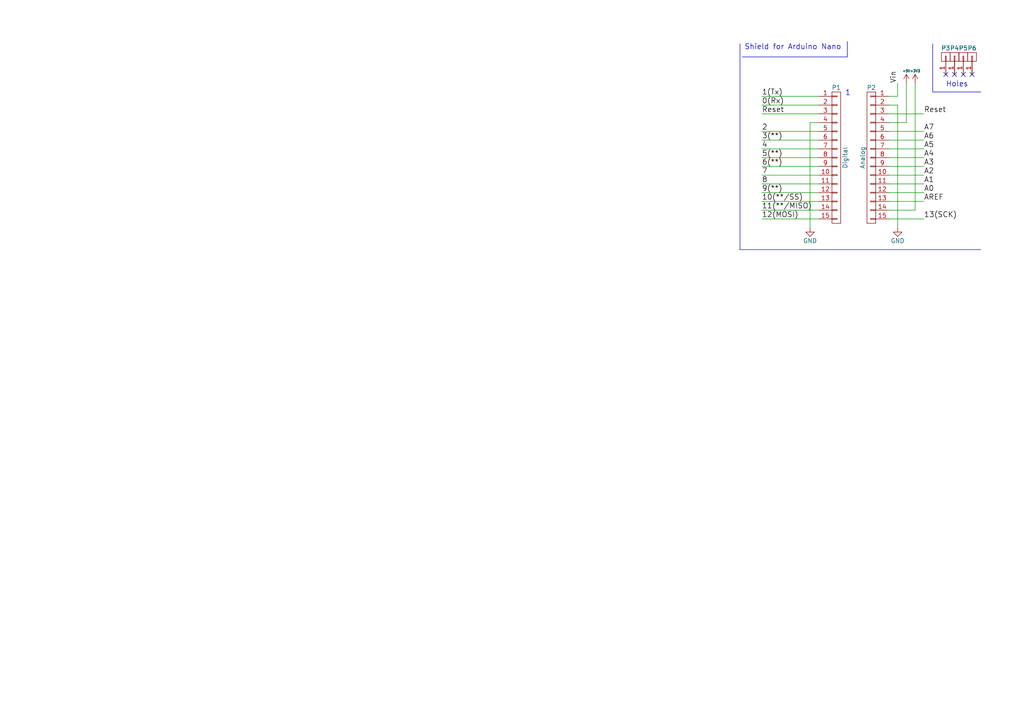
<source format=kicad_sch>
(kicad_sch (version 20230121) (generator eeschema)
  (paper "A4")
  (title_block (date "jeu. 02 avril 2015"))
  (lib_symbols
    (symbol "Arduino_Nano-rescue:+3.3V" (power) (pin_names (offset 0))
      (property "Value" "+3.3V" (at 0 3.556 0))
      (symbol "+3.3V_0_1"
        (polyline (pts (xy -0.762 1.27) (xy 0 2.54)))
        (polyline (pts (xy 0 0) (xy 0 2.54)))
        (polyline (pts (xy 0 2.54) (xy 0.762 1.27)))
      )
      (symbol "+3.3V_1_1"
        (pin power_in line (at 0 0 90) (length 0) hide (name "+3V3") (number "1"))
      )
    )
    (symbol "Arduino_Nano-rescue:+5V" (power) (pin_names (offset 0))
      (property "Value" "+5V" (at 0 3.556 0))
      (symbol "+5V_0_1"
        (polyline (pts (xy -0.762 1.27) (xy 0 2.54)))
        (polyline (pts (xy 0 0) (xy 0 2.54)))
        (polyline (pts (xy 0 2.54) (xy 0.762 1.27)))
      )
      (symbol "+5V_1_1"
        (pin power_in line (at 0 0 90) (length 0) hide (name "+5V") (number "1"))
      )
    )
    (symbol "Arduino_Nano-rescue:CONN_01X01" (pin_names (offset 1.016) hide)
      (property "Reference" "P" (at 0 2.54 0))
      (property "Value" "CONN_01X01" (at 2.54 0 90))
      (symbol "CONN_01X01_0_1"
        (rectangle (start -1.27 0.127) (end 0.254 -0.127))
        (rectangle (start -1.27 1.27) (end 1.27 -1.27))
      )
      (symbol "CONN_01X01_1_1"
        (pin passive line (at -5.08 0 0) (length 3.81) (name "P1") (number "1"))
      )
    )
    (symbol "Arduino_Nano-rescue:CONN_01X15" (pin_names (offset 1.016) hide)
      (property "Reference" "P" (at 0 20.32 0))
      (property "Value" "CONN_01X15" (at 2.54 0 90))
      (symbol "CONN_01X15_0_1"
        (rectangle (start -1.27 -17.653) (end 0.254 -17.907))
        (rectangle (start -1.27 -15.113) (end 0.254 -15.367))
        (rectangle (start -1.27 -12.573) (end 0.254 -12.827))
        (rectangle (start -1.27 -10.033) (end 0.254 -10.287))
        (rectangle (start -1.27 -7.493) (end 0.254 -7.747))
        (rectangle (start -1.27 -4.953) (end 0.254 -5.207))
        (rectangle (start -1.27 -2.413) (end 0.254 -2.667))
        (rectangle (start -1.27 0.127) (end 0.254 -0.127))
        (rectangle (start -1.27 2.667) (end 0.254 2.413))
        (rectangle (start -1.27 5.207) (end 0.254 4.953))
        (rectangle (start -1.27 7.747) (end 0.254 7.493))
        (rectangle (start -1.27 10.287) (end 0.254 10.033))
        (rectangle (start -1.27 12.827) (end 0.254 12.573))
        (rectangle (start -1.27 15.367) (end 0.254 15.113))
        (rectangle (start -1.27 17.907) (end 0.254 17.653))
        (rectangle (start -1.27 19.05) (end 1.27 -19.05))
      )
      (symbol "CONN_01X15_1_1"
        (pin passive line (at -5.08 17.78 0) (length 3.81) (name "P1") (number "1"))
        (pin passive line (at -5.08 -5.08 0) (length 3.81) (name "P10") (number "10"))
        (pin passive line (at -5.08 -7.62 0) (length 3.81) (name "P11") (number "11"))
        (pin passive line (at -5.08 -10.16 0) (length 3.81) (name "P12") (number "12"))
        (pin passive line (at -5.08 -12.7 0) (length 3.81) (name "P13") (number "13"))
        (pin passive line (at -5.08 -15.24 0) (length 3.81) (name "P14") (number "14"))
        (pin passive line (at -5.08 -17.78 0) (length 3.81) (name "P15") (number "15"))
        (pin passive line (at -5.08 15.24 0) (length 3.81) (name "P2") (number "2"))
        (pin passive line (at -5.08 12.7 0) (length 3.81) (name "P3") (number "3"))
        (pin passive line (at -5.08 10.16 0) (length 3.81) (name "P4") (number "4"))
        (pin passive line (at -5.08 7.62 0) (length 3.81) (name "P5") (number "5"))
        (pin passive line (at -5.08 5.08 0) (length 3.81) (name "P6") (number "6"))
        (pin passive line (at -5.08 2.54 0) (length 3.81) (name "P7") (number "7"))
        (pin passive line (at -5.08 0 0) (length 3.81) (name "P8") (number "8"))
        (pin passive line (at -5.08 -2.54 0) (length 3.81) (name "P9") (number "9"))
      )
    )
    (symbol "Arduino_Nano-rescue:GND" (power) (pin_names (offset 0))
      (property "Value" "GND" (at 0 -3.81 0))
      (symbol "GND_0_1"
        (polyline (pts (xy 0 0) (xy 0 -1.27) (xy 1.27 -1.27) (xy 0 -2.54) (xy -1.27 -1.27) (xy 0 -1.27)))
      )
      (symbol "GND_1_1"
        (pin power_in line (at 0 0 270) (length 0) hide (name "GND") (number "1"))
      )
    )
  )
  (no_connect (at 279.4 21.59))
  (no_connect (at 274.32 21.59))
  (no_connect (at 281.94 21.59))
  (no_connect (at 276.86 21.59))
  (wire (pts (xy 267.97 48.26) (xy 257.81 48.26)))
  (wire (pts (xy 237.49 50.8) (xy 220.98 50.8)))
  (wire (pts (xy 257.81 38.1) (xy 267.97 38.1)))
  (wire (pts (xy 220.98 38.1) (xy 237.49 38.1)))
  (wire (pts (xy 237.49 55.88) (xy 220.98 55.88)))
  (wire (pts (xy 260.35 30.48) (xy 257.81 30.48)))
  (wire (pts (xy 237.49 27.94) (xy 220.98 27.94)))
  (wire (pts (xy 257.81 45.72) (xy 267.97 45.72)))
  (wire (pts (xy 260.35 66.04) (xy 260.35 30.48)))
  (wire (pts (xy 237.49 33.02) (xy 220.98 33.02)))
  (wire (pts (xy 267.97 58.42) (xy 257.81 58.42)))
  (wire (pts (xy 220.98 48.26) (xy 237.49 48.26)))
  (wire (pts (xy 220.98 53.34) (xy 237.49 53.34)))
  (polyline (pts (xy 270.51 26.67) (xy 270.51 12.7)))
  (polyline (pts (xy 245.745 16.51) (xy 245.745 12.065)))
  (wire (pts (xy 237.49 60.96) (xy 220.98 60.96)))
  (wire (pts (xy 267.97 33.02) (xy 257.81 33.02)))
  (wire (pts (xy 237.49 45.72) (xy 220.98 45.72)))
  (wire (pts (xy 257.81 27.94) (xy 260.35 27.94)))
  (polyline (pts (xy 284.48 26.67) (xy 270.51 26.67)))
  (wire (pts (xy 265.43 24.13) (xy 265.43 60.96)))
  (wire (pts (xy 262.89 24.13) (xy 262.89 35.56)))
  (wire (pts (xy 260.35 27.94) (xy 260.35 24.13)))
  (wire (pts (xy 237.49 40.64) (xy 220.98 40.64)))
  (wire (pts (xy 220.98 63.5) (xy 237.49 63.5)))
  (wire (pts (xy 265.43 60.96) (xy 257.81 60.96)))
  (polyline (pts (xy 215.265 16.51) (xy 245.745 16.51)))
  (wire (pts (xy 267.97 40.64) (xy 257.81 40.64)))
  (wire (pts (xy 220.98 43.18) (xy 237.49 43.18)))
  (wire (pts (xy 267.97 43.18) (xy 257.81 43.18)))
  (wire (pts (xy 234.95 35.56) (xy 234.95 66.04)))
  (wire (pts (xy 262.89 35.56) (xy 257.81 35.56)))
  (polyline (pts (xy 214.63 72.39) (xy 214.63 12.7)))
  (wire (pts (xy 220.98 58.42) (xy 237.49 58.42)))
  (wire (pts (xy 237.49 35.56) (xy 234.95 35.56)))
  (wire (pts (xy 267.97 50.8) (xy 257.81 50.8)))
  (wire (pts (xy 257.81 63.5) (xy 267.97 63.5)))
  (wire (pts (xy 267.97 55.88) (xy 257.81 55.88)))
  (polyline (pts (xy 284.48 72.39) (xy 214.63 72.39)))
  (wire (pts (xy 220.98 30.48) (xy 237.49 30.48)))
  (wire (pts (xy 257.81 53.34) (xy 267.97 53.34)))
  (text "Holes" (at 274.32 25.4 0) (effects (font (size 1.524 1.524)) (justify left bottom)))
  (text "Shield for Arduino Nano" (at 215.9 14.605 0) (effects (font (size 1.524 1.524)) (justify left bottom)))
  (text "1" (at 245.11 27.94 0) (effects (font (size 1.524 1.524)) (justify left bottom)))
  (label "A7" (at 267.97 38.1 0) (effects (font (size 1.524 1.524))))
  (label "A6" (at 267.97 40.64 0) (effects (font (size 1.524 1.524))))
  (label "10(**/SS)" (at 220.98 58.42 0) (effects (font (size 1.524 1.524))))
  (label "13(SCK)" (at 267.97 63.5 0) (effects (font (size 1.524 1.524))))
  (label "AREF" (at 267.97 58.42 0) (effects (font (size 1.524 1.524))))
  (label "Vin" (at 260.35 24.13 90) (effects (font (size 1.524 1.524))))
  (label "3(**)" (at 220.98 40.64 0) (effects (font (size 1.524 1.524))))
  (label "A5" (at 267.97 43.18 0) (effects (font (size 1.524 1.524))))
  (label "A2" (at 267.97 50.8 0) (effects (font (size 1.524 1.524))))
  (label "1(Tx)" (at 220.98 27.94 0) (effects (font (size 1.524 1.524))))
  (label "6(**)" (at 220.98 48.26 0) (effects (font (size 1.524 1.524))))
  (label "5(**)" (at 220.98 45.72 0) (effects (font (size 1.524 1.524))))
  (label "4" (at 220.98 43.18 0) (effects (font (size 1.524 1.524))))
  (label "12(MOSI)" (at 220.98 63.5 0) (effects (font (size 1.524 1.524))))
  (label "Reset" (at 267.97 33.02 0) (effects (font (size 1.524 1.524))))
  (label "A1" (at 267.97 53.34 0) (effects (font (size 1.524 1.524))))
  (label "11(**/MISO)" (at 220.98 60.96 0) (effects (font (size 1.524 1.524))))
  (label "0(Rx)" (at 220.98 30.48 0) (effects (font (size 1.524 1.524))))
  (label "8" (at 220.98 53.34 0) (effects (font (size 1.524 1.524))))
  (label "7" (at 220.98 50.8 0) (effects (font (size 1.524 1.524))))
  (label "Reset" (at 220.98 33.02 0) (effects (font (size 1.524 1.524))))
  (label "A4" (at 267.97 45.72 0) (effects (font (size 1.524 1.524))))
  (label "A3" (at 267.97 48.26 0) (effects (font (size 1.524 1.524))))
  (label "2" (at 220.98 38.1 0) (effects (font (size 1.524 1.524))))
  (label "9(**)" (at 220.98 55.88 0) (effects (font (size 1.524 1.524))))
  (label "A0" (at 267.97 55.88 0) (effects (font (size 1.524 1.524))))
  (symbol (lib_id "Arduino_Nano-rescue:CONN_01X01") (at 274.32 16.51 90) (unit 1)
    (property "Reference" "P3" (at 274.32 13.97 90))
    (property "Value" "CONN_01X01" (effects hide))
    (property "Footprint" "Socket_Arduino_Nano:1pin_Nano" (effects hide))
  )
  (symbol (lib_id "Arduino_Nano-rescue:CONN_01X01") (at 276.86 16.51 90) (unit 1)
    (property "Reference" "P4" (at 276.86 13.97 90))
    (property "Value" "CONN_01X01" (effects hide))
    (property "Footprint" "Socket_Arduino_Nano:1pin_Nano" (effects hide))
  )
  (symbol (lib_id "Arduino_Nano-rescue:CONN_01X01") (at 279.4 16.51 90) (unit 1)
    (property "Reference" "P5" (at 279.4 13.97 90))
    (property "Value" "CONN_01X01" (effects hide))
    (property "Footprint" "Socket_Arduino_Nano:1pin_Nano" (effects hide))
  )
  (symbol (lib_id "Arduino_Nano-rescue:CONN_01X01") (at 281.94 16.51 90) (unit 1)
    (property "Reference" "P6" (at 281.94 13.97 90))
    (property "Value" "CONN_01X01" (effects hide))
    (property "Footprint" "Socket_Arduino_Nano:1pin_Nano" (effects hide))
  )
  (symbol (lib_id "Arduino_Nano-rescue:CONN_01X15") (at 242.57 45.72 0) (unit 1)
    (property "Reference" "P1" (at 242.57 25.4 0))
    (property "Value" "Digital" (at 245.11 45.72 90))
    (property "Footprint" "Socket_Arduino_Nano:Socket_Strip_Arduino_1x15" (effects hide))
  )
  (symbol (lib_id "Arduino_Nano-rescue:CONN_01X15") (at 252.73 45.72 0) (mirror y) (unit 1)
    (property "Reference" "P2" (at 252.73 25.4 0))
    (property "Value" "Analog" (at 250.19 45.72 90))
    (property "Footprint" "Socket_Arduino_Nano:Socket_Strip_Arduino_1x15" (effects hide))
  )
  (symbol (lib_id "Arduino_Nano-rescue:GND") (at 234.95 66.04 0) (unit 1)
    (property "Reference" "#PWR01" (effects hide))
    (property "Value" "GND" (at 234.95 69.85 0))
  )
  (symbol (lib_id "Arduino_Nano-rescue:GND") (at 260.35 66.04 0) (unit 1)
    (property "Reference" "#PWR02" (effects hide))
    (property "Value" "GND" (at 260.35 69.85 0))
  )
  (symbol (lib_id "Arduino_Nano-rescue:+5V") (at 262.89 24.13 0) (unit 1)
    (property "Reference" "#PWR03" (effects hide))
    (property "Value" "+5V" (at 262.89 20.574 0) (effects (font (size 0.7112 0.7112))))
  )
  (symbol (lib_id "Arduino_Nano-rescue:+3.3V") (at 265.43 24.13 0) (unit 1)
    (property "Reference" "#PWR04" (effects hide))
    (property "Value" "+3.3V" (at 265.43 20.574 0) (effects (font (size 0.7112 0.7112))))
  )
)
</source>
